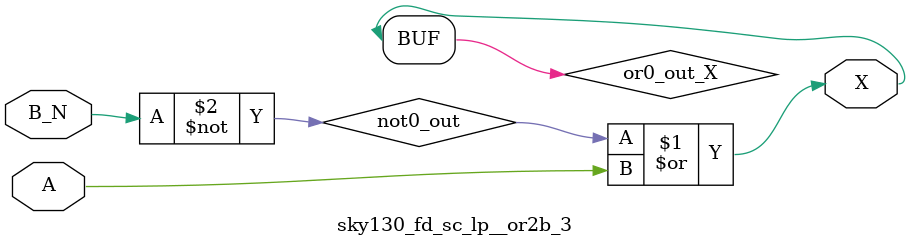
<source format=v>
module sky130_fd_sc_lp__or2b_3 (
    X  ,
    A  ,
    B_N
);
    output X  ;
    input  A  ;
    input  B_N;
    wire not0_out ;
    wire or0_out_X;
    not not0 (not0_out , B_N            );
    or  or0  (or0_out_X, not0_out, A    );
    buf buf0 (X        , or0_out_X      );
endmodule
</source>
